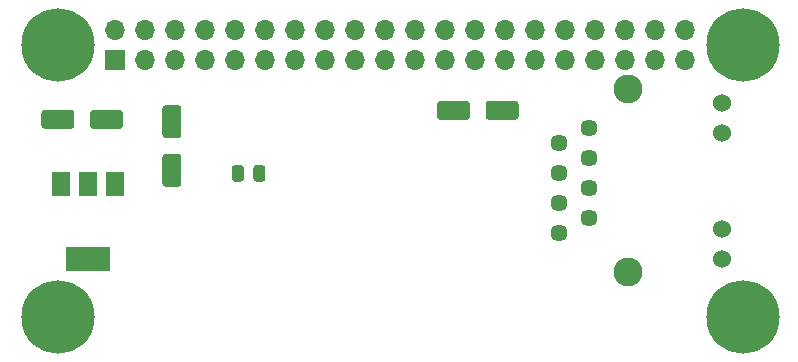
<source format=gbr>
G04 #@! TF.GenerationSoftware,KiCad,Pcbnew,(5.1.9)-1*
G04 #@! TF.CreationDate,2021-08-26T16:09:32+03:00*
G04 #@! TF.ProjectId,RPi_EthShield,5250695f-4574-4685-9368-69656c642e6b,rev?*
G04 #@! TF.SameCoordinates,Original*
G04 #@! TF.FileFunction,Soldermask,Bot*
G04 #@! TF.FilePolarity,Negative*
%FSLAX46Y46*%
G04 Gerber Fmt 4.6, Leading zero omitted, Abs format (unit mm)*
G04 Created by KiCad (PCBNEW (5.1.9)-1) date 2021-08-26 16:09:32*
%MOMM*%
%LPD*%
G01*
G04 APERTURE LIST*
%ADD10C,1.446000*%
%ADD11C,1.530000*%
%ADD12C,2.445000*%
%ADD13R,1.500000X2.000000*%
%ADD14R,3.800000X2.000000*%
%ADD15O,1.700000X1.700000*%
%ADD16R,1.700000X1.700000*%
%ADD17C,6.200000*%
G04 APERTURE END LIST*
D10*
X60960000Y-35052000D03*
X58420000Y-36322000D03*
X60960000Y-37592000D03*
X58420000Y-38862000D03*
X60960000Y-40132000D03*
X58420000Y-41402000D03*
X60960000Y-42672000D03*
X58420000Y-43942000D03*
D11*
X72210000Y-32872000D03*
X72210000Y-35412000D03*
X72210000Y-43582000D03*
X72210000Y-46122000D03*
D12*
X64260000Y-31752000D03*
X64260000Y-47242000D03*
D13*
X16242000Y-39776000D03*
X20842000Y-39776000D03*
X18542000Y-39776000D03*
D14*
X18542000Y-46076000D03*
G36*
G01*
X31754500Y-38411999D02*
X31754500Y-39312001D01*
G75*
G02*
X31504501Y-39562000I-249999J0D01*
G01*
X30979499Y-39562000D01*
G75*
G02*
X30729500Y-39312001I0J249999D01*
G01*
X30729500Y-38411999D01*
G75*
G02*
X30979499Y-38162000I249999J0D01*
G01*
X31504501Y-38162000D01*
G75*
G02*
X31754500Y-38411999I0J-249999D01*
G01*
G37*
G36*
G01*
X33579500Y-38411999D02*
X33579500Y-39312001D01*
G75*
G02*
X33329501Y-39562000I-249999J0D01*
G01*
X32804499Y-39562000D01*
G75*
G02*
X32554500Y-39312001I0J249999D01*
G01*
X32554500Y-38411999D01*
G75*
G02*
X32804499Y-38162000I249999J0D01*
G01*
X33329501Y-38162000D01*
G75*
G02*
X33579500Y-38411999I0J-249999D01*
G01*
G37*
G36*
G01*
X52237000Y-34078000D02*
X52237000Y-32978000D01*
G75*
G02*
X52487000Y-32728000I250000J0D01*
G01*
X54762000Y-32728000D01*
G75*
G02*
X55012000Y-32978000I0J-250000D01*
G01*
X55012000Y-34078000D01*
G75*
G02*
X54762000Y-34328000I-250000J0D01*
G01*
X52487000Y-34328000D01*
G75*
G02*
X52237000Y-34078000I0J250000D01*
G01*
G37*
G36*
G01*
X48112000Y-34078000D02*
X48112000Y-32978000D01*
G75*
G02*
X48362000Y-32728000I250000J0D01*
G01*
X50637000Y-32728000D01*
G75*
G02*
X50887000Y-32978000I0J-250000D01*
G01*
X50887000Y-34078000D01*
G75*
G02*
X50637000Y-34328000I-250000J0D01*
G01*
X48362000Y-34328000D01*
G75*
G02*
X48112000Y-34078000I0J250000D01*
G01*
G37*
G36*
G01*
X26204000Y-35870500D02*
X25104000Y-35870500D01*
G75*
G02*
X24854000Y-35620500I0J250000D01*
G01*
X24854000Y-33345500D01*
G75*
G02*
X25104000Y-33095500I250000J0D01*
G01*
X26204000Y-33095500D01*
G75*
G02*
X26454000Y-33345500I0J-250000D01*
G01*
X26454000Y-35620500D01*
G75*
G02*
X26204000Y-35870500I-250000J0D01*
G01*
G37*
G36*
G01*
X26204000Y-39995500D02*
X25104000Y-39995500D01*
G75*
G02*
X24854000Y-39745500I0J250000D01*
G01*
X24854000Y-37470500D01*
G75*
G02*
X25104000Y-37220500I250000J0D01*
G01*
X26204000Y-37220500D01*
G75*
G02*
X26454000Y-37470500I0J-250000D01*
G01*
X26454000Y-39745500D01*
G75*
G02*
X26204000Y-39995500I-250000J0D01*
G01*
G37*
G36*
G01*
X18739500Y-34840000D02*
X18739500Y-33740000D01*
G75*
G02*
X18989500Y-33490000I250000J0D01*
G01*
X21264500Y-33490000D01*
G75*
G02*
X21514500Y-33740000I0J-250000D01*
G01*
X21514500Y-34840000D01*
G75*
G02*
X21264500Y-35090000I-250000J0D01*
G01*
X18989500Y-35090000D01*
G75*
G02*
X18739500Y-34840000I0J250000D01*
G01*
G37*
G36*
G01*
X14614500Y-34840000D02*
X14614500Y-33740000D01*
G75*
G02*
X14864500Y-33490000I250000J0D01*
G01*
X17139500Y-33490000D01*
G75*
G02*
X17389500Y-33740000I0J-250000D01*
G01*
X17389500Y-34840000D01*
G75*
G02*
X17139500Y-35090000I-250000J0D01*
G01*
X14864500Y-35090000D01*
G75*
G02*
X14614500Y-34840000I0J250000D01*
G01*
G37*
D15*
X69130000Y-26730000D03*
X69130000Y-29270000D03*
X66590000Y-26730000D03*
X66590000Y-29270000D03*
X64050000Y-26730000D03*
X64050000Y-29270000D03*
X61510000Y-26730000D03*
X61510000Y-29270000D03*
X58970000Y-26730000D03*
X58970000Y-29270000D03*
X56430000Y-26730000D03*
X56430000Y-29270000D03*
X53890000Y-26730000D03*
X53890000Y-29270000D03*
X51350000Y-26730000D03*
X51350000Y-29270000D03*
X48810000Y-26730000D03*
X48810000Y-29270000D03*
X46270000Y-26730000D03*
X46270000Y-29270000D03*
X43730000Y-26730000D03*
X43730000Y-29270000D03*
X41190000Y-26730000D03*
X41190000Y-29270000D03*
X38650000Y-26730000D03*
X38650000Y-29270000D03*
X36110000Y-26730000D03*
X36110000Y-29270000D03*
X33570000Y-26730000D03*
X33570000Y-29270000D03*
X31030000Y-26730000D03*
X31030000Y-29270000D03*
X28490000Y-26730000D03*
X28490000Y-29270000D03*
X25950000Y-26730000D03*
X25950000Y-29270000D03*
X23410000Y-26730000D03*
X23410000Y-29270000D03*
X20870000Y-26730000D03*
D16*
X20870000Y-29270000D03*
D17*
X16000000Y-51000000D03*
X74000000Y-28000000D03*
X74000000Y-51000000D03*
X16000000Y-28000000D03*
M02*

</source>
